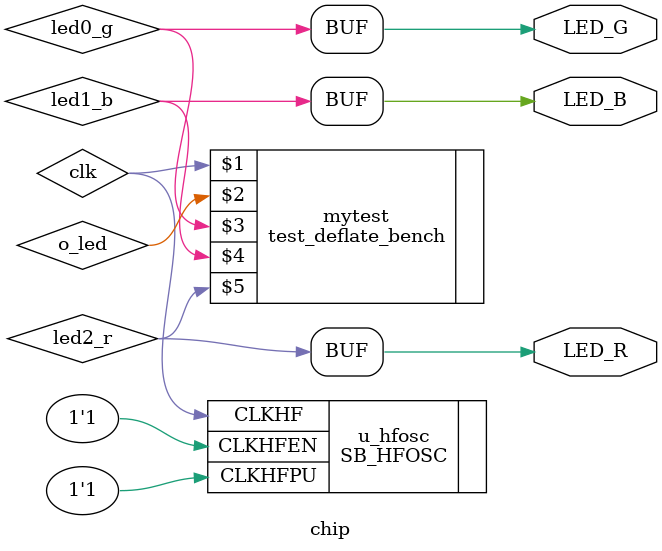
<source format=v>

module chip (
	output	LED_R,
	output	LED_G,
	output	LED_B
	);

	wire clk;

	SB_HFOSC u_hfosc (
        	.CLKHFPU(1'b1),
        	.CLKHFEN(1'b1),
        	.CLKHF(clk)
    	);

	test_deflate_bench mytest (
    		clk,
    		o_led,
    		led0_g,
    		led1_b,
    		led2_r
       );

	assign LED_R = led2_r;
	assign LED_G = led0_g;
	assign LED_B = led1_b;

endmodule

</source>
